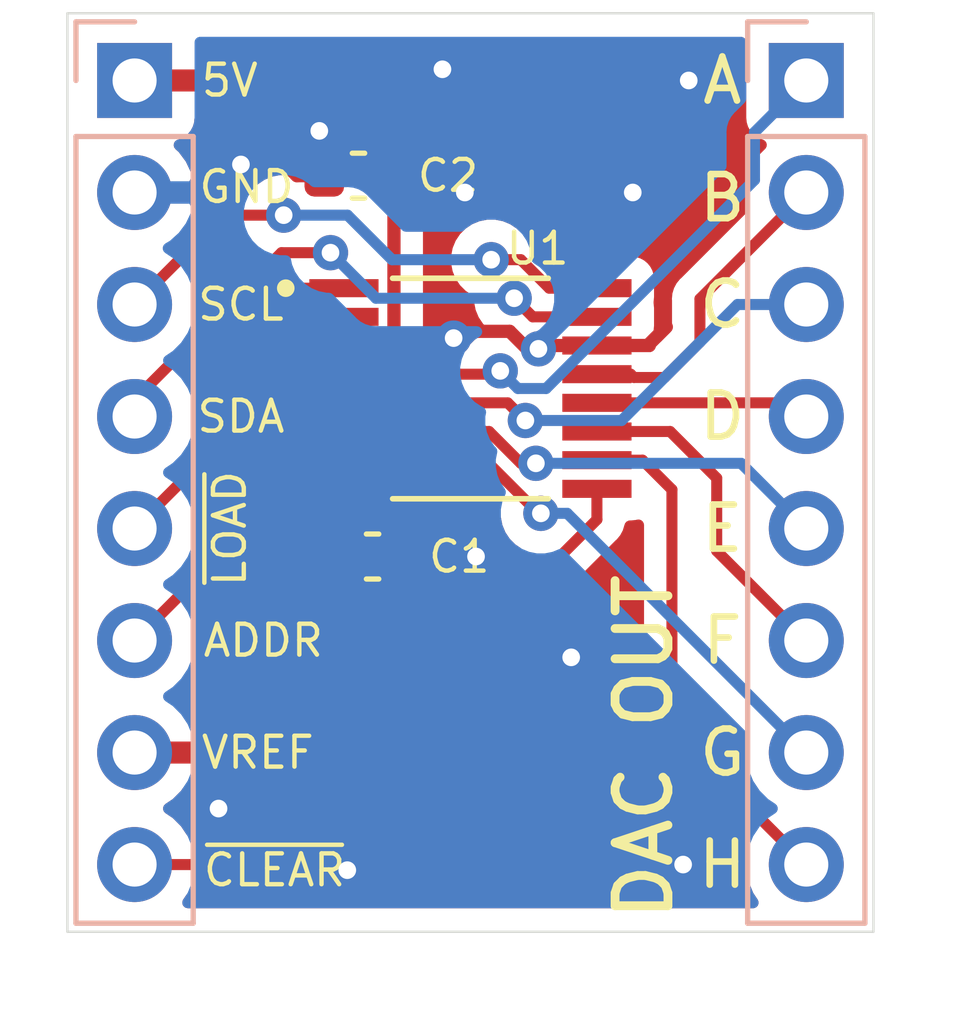
<source format=kicad_pcb>
(kicad_pcb (version 20171130) (host pcbnew "(5.1.10)-1")

  (general
    (thickness 1.6)
    (drawings 21)
    (tracks 118)
    (zones 0)
    (modules 5)
    (nets 17)
  )

  (page A4)
  (layers
    (0 F.Cu signal)
    (31 B.Cu signal)
    (32 B.Adhes user)
    (33 F.Adhes user)
    (34 B.Paste user)
    (35 F.Paste user)
    (36 B.SilkS user)
    (37 F.SilkS user)
    (38 B.Mask user)
    (39 F.Mask user)
    (40 Dwgs.User user hide)
    (41 Cmts.User user)
    (42 Eco1.User user)
    (43 Eco2.User user)
    (44 Edge.Cuts user)
    (45 Margin user)
    (46 B.CrtYd user hide)
    (47 F.CrtYd user hide)
    (48 B.Fab user)
    (49 F.Fab user)
  )

  (setup
    (last_trace_width 0.25)
    (trace_clearance 0.2)
    (zone_clearance 0.508)
    (zone_45_only no)
    (trace_min 0.2)
    (via_size 0.8)
    (via_drill 0.4)
    (via_min_size 0.4)
    (via_min_drill 0.3)
    (uvia_size 0.3)
    (uvia_drill 0.1)
    (uvias_allowed no)
    (uvia_min_size 0.2)
    (uvia_min_drill 0.1)
    (edge_width 0.05)
    (segment_width 0.2)
    (pcb_text_width 0.3)
    (pcb_text_size 1.5 1.5)
    (mod_edge_width 0.12)
    (mod_text_size 1 1)
    (mod_text_width 0.15)
    (pad_size 1.524 1.524)
    (pad_drill 0.762)
    (pad_to_mask_clearance 0)
    (aux_axis_origin 0 0)
    (visible_elements 7FFFFFFF)
    (pcbplotparams
      (layerselection 0x010fc_ffffffff)
      (usegerberextensions false)
      (usegerberattributes true)
      (usegerberadvancedattributes true)
      (creategerberjobfile true)
      (excludeedgelayer true)
      (linewidth 0.100000)
      (plotframeref false)
      (viasonmask false)
      (mode 1)
      (useauxorigin false)
      (hpglpennumber 1)
      (hpglpenspeed 20)
      (hpglpendiameter 15.000000)
      (psnegative false)
      (psa4output false)
      (plotreference true)
      (plotvalue true)
      (plotinvisibletext false)
      (padsonsilk false)
      (subtractmaskfromsilk false)
      (outputformat 1)
      (mirror false)
      (drillshape 1)
      (scaleselection 1)
      (outputdirectory ""))
  )

  (net 0 "")
  (net 1 GND)
  (net 2 VREF)
  (net 3 +5V)
  (net 4 ~CLR)
  (net 5 ADDR0)
  (net 6 ~LDAC)
  (net 7 I2C_SDA)
  (net 8 I2C_SCL)
  (net 9 VOUTH)
  (net 10 VOUTG)
  (net 11 VOUTF)
  (net 12 VOUTE)
  (net 13 VOUTD)
  (net 14 VOUTC)
  (net 15 VOUTB)
  (net 16 VOUTA)

  (net_class Default "This is the default net class."
    (clearance 0.2)
    (trace_width 0.25)
    (via_dia 0.8)
    (via_drill 0.4)
    (uvia_dia 0.3)
    (uvia_drill 0.1)
    (add_net ADDR0)
    (add_net I2C_SCL)
    (add_net I2C_SDA)
    (add_net VOUTA)
    (add_net VOUTB)
    (add_net VOUTC)
    (add_net VOUTD)
    (add_net VOUTE)
    (add_net VOUTF)
    (add_net VOUTG)
    (add_net VOUTH)
    (add_net ~CLR)
    (add_net ~LDAC)
  )

  (net_class PWR ""
    (clearance 0.2)
    (trace_width 0.3)
    (via_dia 0.8)
    (via_drill 0.4)
    (uvia_dia 0.3)
    (uvia_drill 0.1)
    (add_net +5V)
    (add_net GND)
    (add_net VREF)
  )

  (module Connector_PinSocket_2.54mm:PinSocket_1x08_P2.54mm_Vertical (layer B.Cu) (tedit 5A19A420) (tstamp 60FB68F2)
    (at 140.335 87.63 180)
    (descr "Through hole straight socket strip, 1x08, 2.54mm pitch, single row (from Kicad 4.0.7), script generated")
    (tags "Through hole socket strip THT 1x08 2.54mm single row")
    (path /60FB1BA6)
    (fp_text reference J1 (at 0 2.77) (layer B.SilkS) hide
      (effects (font (size 1 1) (thickness 0.15)) (justify mirror))
    )
    (fp_text value Conn_In (at 0 -20.55) (layer B.Fab)
      (effects (font (size 1 1) (thickness 0.15)) (justify mirror))
    )
    (fp_line (start -1.8 -19.55) (end -1.8 1.8) (layer B.CrtYd) (width 0.05))
    (fp_line (start 1.75 -19.55) (end -1.8 -19.55) (layer B.CrtYd) (width 0.05))
    (fp_line (start 1.75 1.8) (end 1.75 -19.55) (layer B.CrtYd) (width 0.05))
    (fp_line (start -1.8 1.8) (end 1.75 1.8) (layer B.CrtYd) (width 0.05))
    (fp_line (start 0 1.33) (end 1.33 1.33) (layer B.SilkS) (width 0.12))
    (fp_line (start 1.33 1.33) (end 1.33 0) (layer B.SilkS) (width 0.12))
    (fp_line (start 1.33 -1.27) (end 1.33 -19.11) (layer B.SilkS) (width 0.12))
    (fp_line (start -1.33 -19.11) (end 1.33 -19.11) (layer B.SilkS) (width 0.12))
    (fp_line (start -1.33 -1.27) (end -1.33 -19.11) (layer B.SilkS) (width 0.12))
    (fp_line (start -1.33 -1.27) (end 1.33 -1.27) (layer B.SilkS) (width 0.12))
    (fp_line (start -1.27 -19.05) (end -1.27 1.27) (layer B.Fab) (width 0.1))
    (fp_line (start 1.27 -19.05) (end -1.27 -19.05) (layer B.Fab) (width 0.1))
    (fp_line (start 1.27 0.635) (end 1.27 -19.05) (layer B.Fab) (width 0.1))
    (fp_line (start 0.635 1.27) (end 1.27 0.635) (layer B.Fab) (width 0.1))
    (fp_line (start -1.27 1.27) (end 0.635 1.27) (layer B.Fab) (width 0.1))
    (fp_text user %R (at 0 -8.89 270) (layer B.Fab) hide
      (effects (font (size 1 1) (thickness 0.15)) (justify mirror))
    )
    (pad 8 thru_hole oval (at 0 -17.78 180) (size 1.7 1.7) (drill 1) (layers *.Cu *.Mask)
      (net 4 ~CLR))
    (pad 7 thru_hole oval (at 0 -15.24 180) (size 1.7 1.7) (drill 1) (layers *.Cu *.Mask)
      (net 2 VREF))
    (pad 6 thru_hole oval (at 0 -12.7 180) (size 1.7 1.7) (drill 1) (layers *.Cu *.Mask)
      (net 5 ADDR0))
    (pad 5 thru_hole oval (at 0 -10.16 180) (size 1.7 1.7) (drill 1) (layers *.Cu *.Mask)
      (net 6 ~LDAC))
    (pad 4 thru_hole oval (at 0 -7.62 180) (size 1.7 1.7) (drill 1) (layers *.Cu *.Mask)
      (net 7 I2C_SDA))
    (pad 3 thru_hole oval (at 0 -5.08 180) (size 1.7 1.7) (drill 1) (layers *.Cu *.Mask)
      (net 8 I2C_SCL))
    (pad 2 thru_hole oval (at 0 -2.54 180) (size 1.7 1.7) (drill 1) (layers *.Cu *.Mask)
      (net 1 GND))
    (pad 1 thru_hole rect (at 0 0 180) (size 1.7 1.7) (drill 1) (layers *.Cu *.Mask)
      (net 3 +5V))
    (model ${KISYS3DMOD}/Connector_PinSocket_2.54mm.3dshapes/PinSocket_1x08_P2.54mm_Vertical.wrl
      (at (xyz 0 0 0))
      (scale (xyz 1 1 1))
      (rotate (xyz 0 0 0))
    )
  )

  (module Capacitor_SMD:C_0603_1608Metric (layer F.Cu) (tedit 5F68FEEE) (tstamp 60FB6A99)
    (at 145.415 89.789 180)
    (descr "Capacitor SMD 0603 (1608 Metric), square (rectangular) end terminal, IPC_7351 nominal, (Body size source: IPC-SM-782 page 76, https://www.pcb-3d.com/wordpress/wp-content/uploads/ipc-sm-782a_amendment_1_and_2.pdf), generated with kicad-footprint-generator")
    (tags capacitor)
    (path /60FC54BF)
    (attr smd)
    (fp_text reference C2 (at -2.032 0) (layer F.SilkS)
      (effects (font (size 0.7 0.7) (thickness 0.1)))
    )
    (fp_text value 1u (at 1.397 1.397) (layer F.Fab)
      (effects (font (size 1 1) (thickness 0.15)))
    )
    (fp_line (start 1.48 0.73) (end -1.48 0.73) (layer F.CrtYd) (width 0.05))
    (fp_line (start 1.48 -0.73) (end 1.48 0.73) (layer F.CrtYd) (width 0.05))
    (fp_line (start -1.48 -0.73) (end 1.48 -0.73) (layer F.CrtYd) (width 0.05))
    (fp_line (start -1.48 0.73) (end -1.48 -0.73) (layer F.CrtYd) (width 0.05))
    (fp_line (start -0.14058 0.51) (end 0.14058 0.51) (layer F.SilkS) (width 0.12))
    (fp_line (start -0.14058 -0.51) (end 0.14058 -0.51) (layer F.SilkS) (width 0.12))
    (fp_line (start 0.8 0.4) (end -0.8 0.4) (layer F.Fab) (width 0.1))
    (fp_line (start 0.8 -0.4) (end 0.8 0.4) (layer F.Fab) (width 0.1))
    (fp_line (start -0.8 -0.4) (end 0.8 -0.4) (layer F.Fab) (width 0.1))
    (fp_line (start -0.8 0.4) (end -0.8 -0.4) (layer F.Fab) (width 0.1))
    (fp_text user %R (at 0 0) (layer F.Fab)
      (effects (font (size 0.4 0.4) (thickness 0.06)))
    )
    (pad 2 smd roundrect (at 0.775 0 180) (size 0.9 0.95) (layers F.Cu F.Paste F.Mask) (roundrect_rratio 0.25)
      (net 1 GND))
    (pad 1 smd roundrect (at -0.775 0 180) (size 0.9 0.95) (layers F.Cu F.Paste F.Mask) (roundrect_rratio 0.25)
      (net 3 +5V))
    (model ${KISYS3DMOD}/Capacitor_SMD.3dshapes/C_0603_1608Metric.wrl
      (at (xyz 0 0 0))
      (scale (xyz 1 1 1))
      (rotate (xyz 0 0 0))
    )
  )

  (module Capacitor_SMD:C_0603_1608Metric (layer F.Cu) (tedit 5F68FEEE) (tstamp 60FB6204)
    (at 145.735 98.425)
    (descr "Capacitor SMD 0603 (1608 Metric), square (rectangular) end terminal, IPC_7351 nominal, (Body size source: IPC-SM-782 page 76, https://www.pcb-3d.com/wordpress/wp-content/uploads/ipc-sm-782a_amendment_1_and_2.pdf), generated with kicad-footprint-generator")
    (tags capacitor)
    (path /60FC647D)
    (attr smd)
    (fp_text reference C1 (at 1.966 0) (layer F.SilkS)
      (effects (font (size 0.7 0.7) (thickness 0.1)))
    )
    (fp_text value 1u (at 0 1.43) (layer F.Fab)
      (effects (font (size 1 1) (thickness 0.15)))
    )
    (fp_line (start 1.48 0.73) (end -1.48 0.73) (layer F.CrtYd) (width 0.05))
    (fp_line (start 1.48 -0.73) (end 1.48 0.73) (layer F.CrtYd) (width 0.05))
    (fp_line (start -1.48 -0.73) (end 1.48 -0.73) (layer F.CrtYd) (width 0.05))
    (fp_line (start -1.48 0.73) (end -1.48 -0.73) (layer F.CrtYd) (width 0.05))
    (fp_line (start -0.14058 0.51) (end 0.14058 0.51) (layer F.SilkS) (width 0.12))
    (fp_line (start -0.14058 -0.51) (end 0.14058 -0.51) (layer F.SilkS) (width 0.12))
    (fp_line (start 0.8 0.4) (end -0.8 0.4) (layer F.Fab) (width 0.1))
    (fp_line (start 0.8 -0.4) (end 0.8 0.4) (layer F.Fab) (width 0.1))
    (fp_line (start -0.8 -0.4) (end 0.8 -0.4) (layer F.Fab) (width 0.1))
    (fp_line (start -0.8 0.4) (end -0.8 -0.4) (layer F.Fab) (width 0.1))
    (fp_text user %R (at 0 0) (layer F.Fab)
      (effects (font (size 0.4 0.4) (thickness 0.06)))
    )
    (pad 2 smd roundrect (at 0.775 0) (size 0.9 0.95) (layers F.Cu F.Paste F.Mask) (roundrect_rratio 0.25)
      (net 1 GND))
    (pad 1 smd roundrect (at -0.775 0) (size 0.9 0.95) (layers F.Cu F.Paste F.Mask) (roundrect_rratio 0.25)
      (net 2 VREF))
    (model ${KISYS3DMOD}/Capacitor_SMD.3dshapes/C_0603_1608Metric.wrl
      (at (xyz 0 0 0))
      (scale (xyz 1 1 1))
      (rotate (xyz 0 0 0))
    )
  )

  (module 16TSSOP:SOP65P640X120-16N (layer F.Cu) (tedit 60FB0073) (tstamp 60FB8ADC)
    (at 147.955 94.615)
    (path /60FB01BB)
    (fp_text reference U1 (at 1.524 -3.175) (layer F.SilkS)
      (effects (font (size 0.7 0.7) (thickness 0.1)))
    )
    (fp_text value DAC7678SPW (at 4.699 -0.127 90) (layer F.Fab) hide
      (effects (font (size 1 1) (thickness 0.15)))
    )
    (fp_line (start 1.765 2.5) (end -1.765 2.5) (layer F.SilkS) (width 0.127))
    (fp_line (start 3.905 -2.75) (end 3.905 2.75) (layer F.CrtYd) (width 0.05))
    (fp_line (start -3.905 -2.75) (end -3.905 2.75) (layer F.CrtYd) (width 0.05))
    (fp_line (start -3.905 2.75) (end 3.905 2.75) (layer F.CrtYd) (width 0.05))
    (fp_line (start -3.905 -2.75) (end 3.905 -2.75) (layer F.CrtYd) (width 0.05))
    (fp_line (start 2.2 -2.5) (end 2.2 2.5) (layer F.Fab) (width 0.127))
    (fp_line (start -2.2 -2.5) (end -2.2 2.5) (layer F.Fab) (width 0.127))
    (fp_line (start -1.765 -2.5) (end 1.765 -2.5) (layer F.SilkS) (width 0.127))
    (fp_line (start -2.2 2.5) (end 2.2 2.5) (layer F.Fab) (width 0.127))
    (fp_line (start -2.2 -2.5) (end 2.2 -2.5) (layer F.Fab) (width 0.127))
    (fp_circle (center -4.19 -2.275) (end -4.09 -2.275) (layer F.Fab) (width 0.2))
    (fp_circle (center -4.19 -2.275) (end -4.09 -2.275) (layer F.SilkS) (width 0.2))
    (pad 16 smd rect (at 2.87 -2.275) (size 1.57 0.41) (layers F.Cu F.Paste F.Mask)
      (net 8 I2C_SCL))
    (pad 15 smd rect (at 2.87 -1.625) (size 1.57 0.41) (layers F.Cu F.Paste F.Mask)
      (net 7 I2C_SDA))
    (pad 14 smd rect (at 2.87 -0.975) (size 1.57 0.41) (layers F.Cu F.Paste F.Mask)
      (net 1 GND))
    (pad 13 smd rect (at 2.87 -0.325) (size 1.57 0.41) (layers F.Cu F.Paste F.Mask)
      (net 15 VOUTB))
    (pad 12 smd rect (at 2.87 0.325) (size 1.57 0.41) (layers F.Cu F.Paste F.Mask)
      (net 13 VOUTD))
    (pad 11 smd rect (at 2.87 0.975) (size 1.57 0.41) (layers F.Cu F.Paste F.Mask)
      (net 11 VOUTF))
    (pad 10 smd rect (at 2.87 1.625) (size 1.57 0.41) (layers F.Cu F.Paste F.Mask)
      (net 9 VOUTH))
    (pad 9 smd rect (at 2.87 2.275) (size 1.57 0.41) (layers F.Cu F.Paste F.Mask)
      (net 4 ~CLR))
    (pad 8 smd rect (at -2.87 2.275) (size 1.57 0.41) (layers F.Cu F.Paste F.Mask)
      (net 2 VREF))
    (pad 7 smd rect (at -2.87 1.625) (size 1.57 0.41) (layers F.Cu F.Paste F.Mask)
      (net 10 VOUTG))
    (pad 6 smd rect (at -2.87 0.975) (size 1.57 0.41) (layers F.Cu F.Paste F.Mask)
      (net 12 VOUTE))
    (pad 5 smd rect (at -2.87 0.325) (size 1.57 0.41) (layers F.Cu F.Paste F.Mask)
      (net 14 VOUTC))
    (pad 4 smd rect (at -2.87 -0.325) (size 1.57 0.41) (layers F.Cu F.Paste F.Mask)
      (net 16 VOUTA))
    (pad 3 smd rect (at -2.87 -0.975) (size 1.57 0.41) (layers F.Cu F.Paste F.Mask)
      (net 3 +5V))
    (pad 2 smd rect (at -2.87 -1.625) (size 1.57 0.41) (layers F.Cu F.Paste F.Mask)
      (net 5 ADDR0))
    (pad 1 smd rect (at -2.87 -2.275) (size 1.57 0.41) (layers F.Cu F.Paste F.Mask)
      (net 6 ~LDAC))
  )

  (module Connector_PinSocket_2.54mm:PinSocket_1x08_P2.54mm_Vertical (layer B.Cu) (tedit 5A19A420) (tstamp 60FB624D)
    (at 155.575 87.63 180)
    (descr "Through hole straight socket strip, 1x08, 2.54mm pitch, single row (from Kicad 4.0.7), script generated")
    (tags "Through hole socket strip THT 1x08 2.54mm single row")
    (path /60FB78C8)
    (fp_text reference J2 (at 0 2.77) (layer B.SilkS) hide
      (effects (font (size 1 1) (thickness 0.15)) (justify mirror))
    )
    (fp_text value Conn_Out (at 0 -20.55) (layer B.Fab)
      (effects (font (size 1 1) (thickness 0.15)) (justify mirror))
    )
    (fp_line (start -1.8 -19.55) (end -1.8 1.8) (layer B.CrtYd) (width 0.05))
    (fp_line (start 1.75 -19.55) (end -1.8 -19.55) (layer B.CrtYd) (width 0.05))
    (fp_line (start 1.75 1.8) (end 1.75 -19.55) (layer B.CrtYd) (width 0.05))
    (fp_line (start -1.8 1.8) (end 1.75 1.8) (layer B.CrtYd) (width 0.05))
    (fp_line (start 0 1.33) (end 1.33 1.33) (layer B.SilkS) (width 0.12))
    (fp_line (start 1.33 1.33) (end 1.33 0) (layer B.SilkS) (width 0.12))
    (fp_line (start 1.33 -1.27) (end 1.33 -19.11) (layer B.SilkS) (width 0.12))
    (fp_line (start -1.33 -19.11) (end 1.33 -19.11) (layer B.SilkS) (width 0.12))
    (fp_line (start -1.33 -1.27) (end -1.33 -19.11) (layer B.SilkS) (width 0.12))
    (fp_line (start -1.33 -1.27) (end 1.33 -1.27) (layer B.SilkS) (width 0.12))
    (fp_line (start -1.27 -19.05) (end -1.27 1.27) (layer B.Fab) (width 0.1))
    (fp_line (start 1.27 -19.05) (end -1.27 -19.05) (layer B.Fab) (width 0.1))
    (fp_line (start 1.27 0.635) (end 1.27 -19.05) (layer B.Fab) (width 0.1))
    (fp_line (start 0.635 1.27) (end 1.27 0.635) (layer B.Fab) (width 0.1))
    (fp_line (start -1.27 1.27) (end 0.635 1.27) (layer B.Fab) (width 0.1))
    (fp_text user %R (at 0 -8.89 270) (layer B.Fab) hide
      (effects (font (size 1 1) (thickness 0.15)) (justify mirror))
    )
    (pad 8 thru_hole oval (at 0 -17.78 180) (size 1.7 1.7) (drill 1) (layers *.Cu *.Mask)
      (net 9 VOUTH))
    (pad 7 thru_hole oval (at 0 -15.24 180) (size 1.7 1.7) (drill 1) (layers *.Cu *.Mask)
      (net 10 VOUTG))
    (pad 6 thru_hole oval (at 0 -12.7 180) (size 1.7 1.7) (drill 1) (layers *.Cu *.Mask)
      (net 11 VOUTF))
    (pad 5 thru_hole oval (at 0 -10.16 180) (size 1.7 1.7) (drill 1) (layers *.Cu *.Mask)
      (net 12 VOUTE))
    (pad 4 thru_hole oval (at 0 -7.62 180) (size 1.7 1.7) (drill 1) (layers *.Cu *.Mask)
      (net 13 VOUTD))
    (pad 3 thru_hole oval (at 0 -5.08 180) (size 1.7 1.7) (drill 1) (layers *.Cu *.Mask)
      (net 14 VOUTC))
    (pad 2 thru_hole oval (at 0 -2.54 180) (size 1.7 1.7) (drill 1) (layers *.Cu *.Mask)
      (net 15 VOUTB))
    (pad 1 thru_hole rect (at 0 0 180) (size 1.7 1.7) (drill 1) (layers *.Cu *.Mask)
      (net 16 VOUTA))
    (model ${KISYS3DMOD}/Connector_PinSocket_2.54mm.3dshapes/PinSocket_1x08_P2.54mm_Vertical.wrl
      (at (xyz 0 0 0))
      (scale (xyz 1 1 1))
      (rotate (xyz 0 0 0))
    )
  )

  (gr_text B (at 153.67 90.297) (layer F.SilkS) (tstamp 60FB7289)
    (effects (font (size 1 1) (thickness 0.15)))
  )
  (gr_text C (at 153.67 92.71) (layer F.SilkS) (tstamp 60FB7496)
    (effects (font (size 1 1) (thickness 0.15)))
  )
  (gr_text D (at 153.67 95.25) (layer F.SilkS) (tstamp 60FB7496)
    (effects (font (size 1 1) (thickness 0.15)))
  )
  (gr_text E (at 153.67 97.79) (layer F.SilkS) (tstamp 60FB7496)
    (effects (font (size 1 1) (thickness 0.15)))
  )
  (gr_text F (at 153.67 100.33) (layer F.SilkS) (tstamp 60FB7496)
    (effects (font (size 1 1) (thickness 0.15)))
  )
  (gr_text G (at 153.67 102.87) (layer F.SilkS) (tstamp 60FB7496)
    (effects (font (size 1 1) (thickness 0.15)))
  )
  (gr_text H (at 153.67 105.41) (layer F.SilkS) (tstamp 60FB7496)
    (effects (font (size 1 1) (thickness 0.15)))
  )
  (gr_text "DAC OUT" (at 151.892 102.743 90) (layer F.SilkS)
    (effects (font (size 1.2 1.2) (thickness 0.2)))
  )
  (gr_line (start 157.099 86.106) (end 138.811 86.106) (layer Edge.Cuts) (width 0.05))
  (gr_line (start 157.099 106.934) (end 157.099 86.106) (layer Edge.Cuts) (width 0.05) (tstamp 60FB7213))
  (gr_line (start 138.811 106.934) (end 157.099 106.934) (layer Edge.Cuts) (width 0.05))
  (gr_text ~LOAD (at 142.494 97.79 90) (layer F.SilkS) (tstamp 60FB7289)
    (effects (font (size 0.7 0.7) (thickness 0.1)))
  )
  (gr_text A (at 153.67 87.63) (layer F.SilkS) (tstamp 60FB7496)
    (effects (font (size 1 1) (thickness 0.15)))
  )
  (gr_text ~CLEAR (at 143.51 105.537) (layer F.SilkS) (tstamp 60FB7289)
    (effects (font (size 0.7 0.7) (thickness 0.1)))
  )
  (gr_text VREF (at 143.129 102.87) (layer F.SilkS) (tstamp 60FB7289)
    (effects (font (size 0.7 0.7) (thickness 0.1)))
  )
  (gr_text ADDR (at 143.256 100.33) (layer F.SilkS) (tstamp 60FB7397)
    (effects (font (size 0.7 0.7) (thickness 0.1)))
  )
  (gr_text SDA (at 142.748 95.25) (layer F.SilkS) (tstamp 60FB7289)
    (effects (font (size 0.7 0.7) (thickness 0.1)))
  )
  (gr_text SCL (at 142.748 92.71) (layer F.SilkS) (tstamp 60FB7267)
    (effects (font (size 0.7 0.7) (thickness 0.1)))
  )
  (gr_line (start 138.811 86.106) (end 138.811 106.934) (layer Edge.Cuts) (width 0.05))
  (gr_text GND (at 142.875 90.043) (layer F.SilkS)
    (effects (font (size 0.7 0.7) (thickness 0.1)))
  )
  (gr_text "5V\n" (at 142.494 87.63) (layer F.SilkS) (tstamp 60FB7124)
    (effects (font (size 0.7 0.7) (thickness 0.1)))
  )

  (via (at 152.908 87.63) (size 0.8) (drill 0.4) (layers F.Cu B.Cu) (net 1) (status 1000000))
  (via (at 151.638 90.17) (size 0.8) (drill 0.4) (layers F.Cu B.Cu) (net 1) (status 1000000))
  (segment (start 151.978 93.64) (end 152.4 93.218) (width 0.3) (layer F.Cu) (net 1) (status 1000000))
  (segment (start 150.825 93.64) (end 151.978 93.64) (width 0.3) (layer F.Cu) (net 1) (status 1000000))
  (segment (start 152.012462 93.64) (end 152.012463 93.639999) (width 0.3) (layer F.Cu) (net 1) (status 1000000))
  (segment (start 150.825 93.64) (end 152.012462 93.64) (width 0.3) (layer F.Cu) (net 1) (status 1000000))
  (via (at 145.161 105.537) (size 0.8) (drill 0.4) (layers F.Cu B.Cu) (net 1) (status 1000000))
  (via (at 152.781 105.41) (size 0.8) (drill 0.4) (layers F.Cu B.Cu) (net 1) (status 1000000))
  (via (at 142.24 104.14) (size 0.8) (drill 0.4) (layers F.Cu B.Cu) (net 1) (status 1000000))
  (via (at 150.241 100.711) (size 0.8) (drill 0.4) (layers F.Cu B.Cu) (net 1) (status 1000000))
  (via (at 148.082 98.425) (size 0.8) (drill 0.4) (layers F.Cu B.Cu) (net 1) (status 1000000))
  (via (at 147.574 93.472) (size 0.8) (drill 0.4) (layers F.Cu B.Cu) (net 1) (status 1000000))
  (via (at 149.497908 93.715) (size 0.8) (drill 0.4) (layers F.Cu B.Cu) (net 1) (status 1000000))
  (segment (start 149.572908 93.64) (end 149.497908 93.715) (width 0.3) (layer F.Cu) (net 1) (status 1000000))
  (segment (start 149.497908 93.715) (end 149.241883 93.715) (width 0.3) (layer F.Cu) (net 1) (status 1000000))
  (segment (start 149.241883 93.715) (end 148.844896 93.318013) (width 0.3) (layer F.Cu) (net 1) (status 1000000))
  (segment (start 148.844896 93.318013) (end 147.727987 93.318013) (width 0.3) (layer F.Cu) (net 1) (status 1000000))
  (segment (start 147.727987 93.318013) (end 147.574 93.472) (width 0.3) (layer F.Cu) (net 1) (status 1000000))
  (segment (start 150.825 93.64) (end 149.572908 93.64) (width 0.3) (layer F.Cu) (net 1) (status 1000000))
  (via (at 147.828 90.17) (size 0.8) (drill 0.4) (layers F.Cu B.Cu) (net 1) (status 1000000))
  (via (at 147.32 87.376) (size 0.8) (drill 0.4) (layers F.Cu B.Cu) (net 1) (status 1000000))
  (segment (start 144.64 89.789) (end 144.64 89.167) (width 0.3) (layer F.Cu) (net 1) (status 1000000))
  (segment (start 144.526 88.773) (end 144.526 88.773) (width 0.3) (layer F.Cu) (net 1) (tstamp 60FB773A) (status 1000000))
  (segment (start 144.526 89.053) (end 144.526 88.773) (width 0.3) (layer F.Cu) (net 1) (status 1000000))
  (segment (start 144.64 89.167) (end 144.526 89.053) (width 0.3) (layer F.Cu) (net 1) (status 1000000))
  (via (at 144.526 88.773) (size 0.8) (drill 0.4) (layers F.Cu B.Cu) (net 1) (status 1000000))
  (via (at 142.748 89.535) (size 0.8) (drill 0.4) (layers F.Cu B.Cu) (net 1) (status 1000000))
  (segment (start 142.24 89.535) (end 141.605 90.17) (width 0.3) (layer F.Cu) (net 1) (status 1000000))
  (segment (start 144.018 89.789) (end 143.764 89.535) (width 0.3) (layer F.Cu) (net 1) (status 1000000))
  (segment (start 141.605 90.17) (end 140.335 90.17) (width 0.3) (layer F.Cu) (net 1) (status 1000000))
  (segment (start 144.64 89.789) (end 144.018 89.789) (width 0.3) (layer F.Cu) (net 1) (status 1000000))
  (segment (start 142.748 89.535) (end 142.24 89.535) (width 0.3) (layer F.Cu) (net 1) (status 1000000))
  (segment (start 143.764 89.535) (end 142.748 89.535) (width 0.3) (layer F.Cu) (net 1) (status 1000000))
  (segment (start 145.085 98.3) (end 144.96 98.425) (width 0.25) (layer F.Cu) (net 2))
  (segment (start 144.96 98.425) (end 144.96 97.102) (width 0.5) (layer F.Cu) (net 2) (status 1000000))
  (segment (start 141.986 102.87) (end 144.96 99.896) (width 0.5) (layer F.Cu) (net 2) (status 1000000))
  (segment (start 140.335 102.87) (end 141.986 102.87) (width 0.5) (layer F.Cu) (net 2) (status 1000000))
  (segment (start 144.96 99.896) (end 144.96 98.425) (width 0.5) (layer F.Cu) (net 2) (status 1000000))
  (segment (start 145.085 93.64) (end 146.055002 93.64) (width 0.3) (layer F.Cu) (net 3) (status 1000000))
  (segment (start 146.055002 93.64) (end 146.220001 93.475001) (width 0.3) (layer F.Cu) (net 3) (status 1000000))
  (segment (start 146.220001 89.819001) (end 146.19 89.789) (width 0.3) (layer F.Cu) (net 3) (status 1000000))
  (segment (start 146.220001 93.475001) (end 146.220001 89.819001) (width 0.3) (layer F.Cu) (net 3) (status 1000000))
  (segment (start 140.335 87.63) (end 144.78 87.63) (width 0.5) (layer F.Cu) (net 3) (status 1000000))
  (segment (start 144.78 87.63) (end 146.19 89.04) (width 0.5) (layer F.Cu) (net 3) (status 1000000))
  (segment (start 146.19 89.04) (end 146.19 89.789) (width 0.5) (layer F.Cu) (net 3) (status 1000000))
  (segment (start 140.335 105.41) (end 143.002 105.41) (width 0.25) (layer F.Cu) (net 4) (status 1000000))
  (segment (start 143.002 105.41) (end 150.825 97.587) (width 0.25) (layer F.Cu) (net 4) (status 1000000))
  (segment (start 150.825 97.587) (end 150.825 96.89) (width 0.25) (layer F.Cu) (net 4) (status 1000000))
  (segment (start 142.875 93.98) (end 143.865 92.99) (width 0.25) (layer F.Cu) (net 5) (status 1000000))
  (segment (start 140.335 100.33) (end 142.875 97.79) (width 0.25) (layer F.Cu) (net 5) (status 1000000))
  (segment (start 142.875 97.79) (end 142.875 93.98) (width 0.25) (layer F.Cu) (net 5) (status 1000000))
  (segment (start 143.865 92.99) (end 145.085 92.99) (width 0.25) (layer F.Cu) (net 5) (status 1000000))
  (segment (start 142.24 95.885) (end 142.24 93.599) (width 0.25) (layer F.Cu) (net 6) (status 1000000))
  (segment (start 140.335 97.79) (end 142.24 95.885) (width 0.25) (layer F.Cu) (net 6) (status 1000000))
  (segment (start 143.499 92.34) (end 145.085 92.34) (width 0.25) (layer F.Cu) (net 6) (status 1000000))
  (segment (start 142.24 93.599) (end 143.499 92.34) (width 0.25) (layer F.Cu) (net 6) (status 1000000))
  (via (at 144.78 91.534998) (size 0.8) (drill 0.4) (layers F.Cu B.Cu) (net 7) (status 1000000))
  (via (at 148.946707 92.568012) (size 0.8) (drill 0.4) (layers F.Cu B.Cu) (net 7) (status 1000000))
  (segment (start 148.946707 92.568012) (end 145.813014 92.568012) (width 0.25) (layer B.Cu) (net 7) (status 1000000))
  (segment (start 140.335 95.25) (end 140.335 94.86759) (width 0.25) (layer F.Cu) (net 7) (status 1000000))
  (segment (start 144.78 91.534998) (end 145.812001 92.566999) (width 0.25) (layer B.Cu) (net 7) (status 1000000))
  (segment (start 150.825 92.99) (end 149.368695 92.99) (width 0.25) (layer F.Cu) (net 7) (status 1000000))
  (segment (start 149.368695 92.99) (end 148.946707 92.568012) (width 0.25) (layer F.Cu) (net 7) (status 1000000))
  (segment (start 143.667592 91.534998) (end 144.78 91.534998) (width 0.25) (layer F.Cu) (net 7) (status 1000000))
  (segment (start 140.335 94.86759) (end 143.667592 91.534998) (width 0.25) (layer F.Cu) (net 7) (status 1000000))
  (segment (start 145.813014 92.568012) (end 145.812001 92.566999) (width 0.25) (layer B.Cu) (net 7) (status 1000000))
  (via (at 143.717903 90.683951) (size 0.8) (drill 0.4) (layers F.Cu B.Cu) (net 8) (status 1000000))
  (via (at 148.4255 91.694) (size 0.8) (drill 0.4) (layers F.Cu B.Cu) (net 8) (status 1000000))
  (segment (start 143.717903 90.683951) (end 142.361049 90.683951) (width 0.25) (layer F.Cu) (net 8) (status 1000000))
  (segment (start 146.177 91.694) (end 145.166951 90.683951) (width 0.25) (layer B.Cu) (net 8) (status 1000000))
  (segment (start 142.361049 90.683951) (end 140.335 92.71) (width 0.25) (layer F.Cu) (net 8) (status 1000000))
  (segment (start 149.744 92.34) (end 149.098 91.694) (width 0.25) (layer F.Cu) (net 8) (status 1000000))
  (segment (start 149.098 91.694) (end 148.4255 91.694) (width 0.25) (layer F.Cu) (net 8) (status 1000000))
  (segment (start 150.825 92.34) (end 149.744 92.34) (width 0.25) (layer F.Cu) (net 8) (status 1000000))
  (segment (start 145.166951 90.683951) (end 143.717903 90.683951) (width 0.25) (layer B.Cu) (net 8) (status 1000000))
  (segment (start 148.4255 91.694) (end 146.177 91.694) (width 0.25) (layer B.Cu) (net 8) (status 1000000))
  (segment (start 152.527 96.907) (end 152.527 102.362) (width 0.25) (layer F.Cu) (net 9) (status 1000000))
  (segment (start 152.527 102.362) (end 155.575 105.41) (width 0.25) (layer F.Cu) (net 9) (status 1000000))
  (segment (start 151.86 96.24) (end 152.527 96.907) (width 0.25) (layer F.Cu) (net 9) (status 1000000))
  (segment (start 150.825 96.24) (end 151.86 96.24) (width 0.25) (layer F.Cu) (net 9) (status 1000000))
  (via (at 149.5531 97.445615) (size 0.8) (drill 0.4) (layers F.Cu B.Cu) (net 10) (status 1000000))
  (segment (start 148.295881 96.24) (end 149.501496 97.445615) (width 0.25) (layer F.Cu) (net 10) (status 1000000))
  (segment (start 150.150615 97.445615) (end 155.575 102.87) (width 0.25) (layer B.Cu) (net 10) (status 1000000))
  (segment (start 149.5531 97.445615) (end 150.150615 97.445615) (width 0.25) (layer B.Cu) (net 10) (status 1000000))
  (segment (start 145.085 96.24) (end 148.295881 96.24) (width 0.25) (layer F.Cu) (net 10) (status 1000000))
  (segment (start 149.501496 97.445615) (end 149.5531 97.445615) (width 0.25) (layer F.Cu) (net 10) (status 1000000))
  (segment (start 152.486 95.59) (end 153.543 96.647) (width 0.25) (layer F.Cu) (net 11) (status 1000000))
  (segment (start 150.825 95.59) (end 152.486 95.59) (width 0.25) (layer F.Cu) (net 11) (status 1000000))
  (segment (start 153.543 96.647) (end 153.543 98.298) (width 0.25) (layer F.Cu) (net 11) (status 1000000))
  (segment (start 153.543 98.298) (end 155.575 100.33) (width 0.25) (layer F.Cu) (net 11) (status 1000000))
  (via (at 149.439998 96.311115) (size 0.8) (drill 0.4) (layers F.Cu B.Cu) (net 12) (status 1000000))
  (segment (start 149.439998 96.311115) (end 154.096115 96.311115) (width 0.25) (layer B.Cu) (net 12) (status 1000000))
  (segment (start 148.378385 95.59) (end 149.0995 96.311115) (width 0.25) (layer F.Cu) (net 12) (status 1000000))
  (segment (start 154.096115 96.311115) (end 155.575 97.79) (width 0.25) (layer B.Cu) (net 12) (status 1000000))
  (segment (start 145.085 95.59) (end 148.378385 95.59) (width 0.25) (layer F.Cu) (net 12) (status 1000000))
  (segment (start 149.0995 96.311115) (end 149.439998 96.311115) (width 0.25) (layer F.Cu) (net 12) (status 1000000))
  (segment (start 155.265 94.94) (end 155.575 95.25) (width 0.25) (layer F.Cu) (net 13) (status 1000000))
  (segment (start 150.825 94.94) (end 155.265 94.94) (width 0.25) (layer F.Cu) (net 13) (status 1000000))
  (via (at 149.201386 95.339999) (size 0.8) (drill 0.4) (layers F.Cu B.Cu) (net 14) (status 1000000))
  (segment (start 151.385465 95.339999) (end 154.015464 92.71) (width 0.25) (layer B.Cu) (net 14) (status 1000000))
  (segment (start 154.015464 92.71) (end 155.575 92.71) (width 0.25) (layer B.Cu) (net 14) (status 1000000))
  (segment (start 148.801387 94.94) (end 149.201386 95.339999) (width 0.25) (layer F.Cu) (net 14) (status 1000000))
  (segment (start 149.201386 95.339999) (end 151.385465 95.339999) (width 0.25) (layer B.Cu) (net 14) (status 1000000))
  (segment (start 145.085 94.94) (end 148.801387 94.94) (width 0.25) (layer F.Cu) (net 14) (status 1000000))
  (segment (start 153.162 92.583) (end 155.575 90.17) (width 0.25) (layer F.Cu) (net 15) (status 1000000))
  (segment (start 150.825 94.29) (end 151.589462 94.29) (width 0.25) (layer F.Cu) (net 15) (status 1000000))
  (segment (start 151.664462 94.365) (end 152.360464 94.365) (width 0.25) (layer F.Cu) (net 15) (status 1000000))
  (segment (start 151.589462 94.29) (end 151.664462 94.365) (width 0.25) (layer F.Cu) (net 15) (status 1000000))
  (segment (start 152.360464 94.365) (end 153.162 93.563464) (width 0.25) (layer F.Cu) (net 15) (status 1000000))
  (segment (start 153.162 93.563464) (end 153.162 92.583) (width 0.25) (layer F.Cu) (net 15) (status 1000000))
  (via (at 148.631881 94.215) (size 0.8) (drill 0.4) (layers F.Cu B.Cu) (net 16) (status 1000000))
  (segment (start 148.631881 94.215) (end 149.03188 94.614999) (width 0.25) (layer B.Cu) (net 16) (status 1000000))
  (segment (start 149.03188 94.614999) (end 149.670911 94.614999) (width 0.25) (layer B.Cu) (net 16) (status 1000000))
  (segment (start 149.670911 94.614999) (end 154.399999 89.885911) (width 0.25) (layer B.Cu) (net 16) (status 1000000))
  (segment (start 154.399999 89.885911) (end 154.399999 88.805001) (width 0.25) (layer B.Cu) (net 16) (status 1000000))
  (segment (start 154.399999 88.805001) (end 155.575 87.63) (width 0.25) (layer B.Cu) (net 16) (status 1000000))
  (segment (start 145.085 94.29) (end 148.556881 94.29) (width 0.25) (layer F.Cu) (net 16) (status 1000000))
  (segment (start 148.556881 94.29) (end 148.631881 94.215) (width 0.25) (layer F.Cu) (net 16) (status 1000000))

  (zone (net 1) (net_name GND) (layer F.Cu) (tstamp 0) (hatch edge 0.508)
    (connect_pads (clearance 0.508))
    (min_thickness 0.254)
    (fill yes (arc_segments 32) (thermal_gap 0.508) (thermal_bridge_width 0.508))
    (polygon
      (pts
        (xy 155.702 106.68) (xy 140.208 106.68) (xy 140.208 86.36) (xy 155.702 86.36)
      )
    )
    (filled_polygon
      (pts
        (xy 151.767001 102.324668) (xy 151.763324 102.362) (xy 151.777998 102.510985) (xy 151.821454 102.654246) (xy 151.892026 102.786276)
        (xy 151.960737 102.87) (xy 151.987 102.902001) (xy 152.015998 102.925799) (xy 154.13379 105.043592) (xy 154.09 105.26374)
        (xy 154.09 105.55626) (xy 154.147068 105.843158) (xy 154.25901 106.113411) (xy 154.366312 106.274) (xy 141.543688 106.274)
        (xy 141.613178 106.17) (xy 142.964678 106.17) (xy 143.002 106.173676) (xy 143.039322 106.17) (xy 143.039333 106.17)
        (xy 143.150986 106.159003) (xy 143.294247 106.115546) (xy 143.426276 106.044974) (xy 143.542001 105.950001) (xy 143.565804 105.920997)
        (xy 151.336004 98.150798) (xy 151.365001 98.127001) (xy 151.459974 98.011276) (xy 151.530546 97.879247) (xy 151.574003 97.735986)
        (xy 151.57429 97.733072) (xy 151.61 97.733072) (xy 151.734482 97.720812) (xy 151.767 97.710948)
      )
    )
    (filled_polygon
      (pts
        (xy 148.5181 97.537021) (xy 148.5181 97.547554) (xy 148.557874 97.747513) (xy 148.635895 97.935871) (xy 148.749163 98.105389)
        (xy 148.893326 98.249552) (xy 149.009813 98.327386) (xy 142.687199 104.65) (xy 141.613178 104.65) (xy 141.488475 104.463368)
        (xy 141.281632 104.256525) (xy 141.10724 104.14) (xy 141.281632 104.023475) (xy 141.488475 103.816632) (xy 141.529656 103.755)
        (xy 141.942531 103.755) (xy 141.986 103.759281) (xy 142.029469 103.755) (xy 142.029477 103.755) (xy 142.15949 103.742195)
        (xy 142.326313 103.691589) (xy 142.480059 103.609411) (xy 142.614817 103.498817) (xy 142.642534 103.465044) (xy 145.55505 100.552529)
        (xy 145.588817 100.524817) (xy 145.699411 100.390059) (xy 145.781589 100.236313) (xy 145.832195 100.06949) (xy 145.845 99.939477)
        (xy 145.845 99.939467) (xy 145.849281 99.896001) (xy 145.845 99.852535) (xy 145.845 99.498354) (xy 145.935518 99.525812)
        (xy 146.06 99.538072) (xy 146.22425 99.535) (xy 146.383 99.37625) (xy 146.383 98.552) (xy 146.637 98.552)
        (xy 146.637 99.37625) (xy 146.79575 99.535) (xy 146.96 99.538072) (xy 147.084482 99.525812) (xy 147.20418 99.489502)
        (xy 147.314494 99.430537) (xy 147.411185 99.351185) (xy 147.490537 99.254494) (xy 147.549502 99.14418) (xy 147.585812 99.024482)
        (xy 147.598072 98.9) (xy 147.595 98.71075) (xy 147.43625 98.552) (xy 146.637 98.552) (xy 146.383 98.552)
        (xy 146.363 98.552) (xy 146.363 98.298) (xy 146.383 98.298) (xy 146.383 97.47375) (xy 146.637 97.47375)
        (xy 146.637 98.298) (xy 147.43625 98.298) (xy 147.595 98.13925) (xy 147.598072 97.95) (xy 147.585812 97.825518)
        (xy 147.549502 97.70582) (xy 147.490537 97.595506) (xy 147.411185 97.498815) (xy 147.314494 97.419463) (xy 147.20418 97.360498)
        (xy 147.084482 97.324188) (xy 146.96 97.311928) (xy 146.79575 97.315) (xy 146.637 97.47375) (xy 146.383 97.47375)
        (xy 146.381699 97.472449) (xy 146.400537 97.449494) (xy 146.459502 97.33918) (xy 146.495812 97.219482) (xy 146.508072 97.095)
        (xy 146.508072 97) (xy 147.98108 97)
      )
    )
    (filled_polygon
      (pts
        (xy 154.086928 86.78) (xy 154.086928 88.48) (xy 154.099188 88.604482) (xy 154.135498 88.72418) (xy 154.194463 88.834494)
        (xy 154.273815 88.931185) (xy 154.370506 89.010537) (xy 154.48082 89.069502) (xy 154.55338 89.091513) (xy 154.421525 89.223368)
        (xy 154.25901 89.466589) (xy 154.147068 89.736842) (xy 154.09 90.02374) (xy 154.09 90.31626) (xy 154.13379 90.536408)
        (xy 152.650998 92.019201) (xy 152.622 92.042999) (xy 152.598202 92.071997) (xy 152.598201 92.071998) (xy 152.527026 92.158724)
        (xy 152.456454 92.290754) (xy 152.441839 92.338935) (xy 152.412998 92.434014) (xy 152.408567 92.478998) (xy 152.398324 92.583)
        (xy 152.402001 92.620332) (xy 152.402 93.248662) (xy 152.185745 93.464918) (xy 152.188515 93.459735) (xy 152.245 93.40325)
        (xy 152.235856 93.319032) (xy 152.248072 93.195) (xy 152.248072 92.785) (xy 152.236253 92.665) (xy 152.248072 92.545)
        (xy 152.248072 92.135) (xy 152.235812 92.010518) (xy 152.199502 91.89082) (xy 152.140537 91.780506) (xy 152.061185 91.683815)
        (xy 151.964494 91.604463) (xy 151.85418 91.545498) (xy 151.734482 91.509188) (xy 151.61 91.496928) (xy 150.04 91.496928)
        (xy 149.981492 91.50269) (xy 149.661803 91.183002) (xy 149.638001 91.153999) (xy 149.522276 91.059026) (xy 149.390247 90.988454)
        (xy 149.246986 90.944997) (xy 149.135333 90.934) (xy 149.135322 90.934) (xy 149.128543 90.933332) (xy 149.085274 90.890063)
        (xy 148.915756 90.776795) (xy 148.727398 90.698774) (xy 148.527439 90.659) (xy 148.323561 90.659) (xy 148.123602 90.698774)
        (xy 147.935244 90.776795) (xy 147.765726 90.890063) (xy 147.621563 91.034226) (xy 147.508295 91.203744) (xy 147.430274 91.392102)
        (xy 147.3905 91.592061) (xy 147.3905 91.795939) (xy 147.430274 91.995898) (xy 147.508295 92.184256) (xy 147.621563 92.353774)
        (xy 147.765726 92.497937) (xy 147.911707 92.595478) (xy 147.911707 92.669951) (xy 147.951481 92.86991) (xy 148.029502 93.058268)
        (xy 148.14277 93.227786) (xy 148.191938 93.276954) (xy 148.141625 93.297795) (xy 147.972107 93.411063) (xy 147.85317 93.53)
        (xy 147.003382 93.53) (xy 147.003744 93.526324) (xy 147.005001 93.513562) (xy 147.005001 93.513557) (xy 147.008798 93.475001)
        (xy 147.005001 93.436445) (xy 147.005001 90.66593) (xy 147.025284 90.649284) (xy 147.132618 90.518497) (xy 147.212375 90.369283)
        (xy 147.261488 90.207377) (xy 147.278072 90.039) (xy 147.278072 89.539) (xy 147.261488 89.370623) (xy 147.212375 89.208717)
        (xy 147.132618 89.059503) (xy 147.074191 88.988309) (xy 147.062195 88.86651) (xy 147.011589 88.699687) (xy 146.929411 88.545941)
        (xy 146.818817 88.411183) (xy 146.78505 88.383471) (xy 145.436534 87.034956) (xy 145.408817 87.001183) (xy 145.274059 86.890589)
        (xy 145.120313 86.808411) (xy 144.980505 86.766) (xy 154.088307 86.766)
      )
    )
    (filled_polygon
      (pts
        (xy 140.462 90.043) (xy 140.482 90.043) (xy 140.482 90.297) (xy 140.462 90.297) (xy 140.462 90.317)
        (xy 140.335 90.317) (xy 140.335 90.023) (xy 140.462 90.023)
      )
    )
    (filled_polygon
      (pts
        (xy 144.577422 88.679) (xy 144.512998 88.679) (xy 144.512998 88.837748) (xy 144.35425 88.679) (xy 144.19 88.675928)
        (xy 144.065518 88.688188) (xy 143.94582 88.724498) (xy 143.835506 88.783463) (xy 143.738815 88.862815) (xy 143.659463 88.959506)
        (xy 143.600498 89.06982) (xy 143.564188 89.189518) (xy 143.551928 89.314) (xy 143.555 89.50325) (xy 143.700701 89.648951)
        (xy 143.615964 89.648951) (xy 143.416005 89.688725) (xy 143.227647 89.766746) (xy 143.058129 89.880014) (xy 143.014192 89.923951)
        (xy 142.398372 89.923951) (xy 142.361049 89.920275) (xy 142.323726 89.923951) (xy 142.323716 89.923951) (xy 142.212063 89.934948)
        (xy 142.068802 89.978405) (xy 141.936772 90.048977) (xy 141.853132 90.117619) (xy 141.821048 90.14395) (xy 141.82 90.145227)
        (xy 141.82 90.042998) (xy 141.655156 90.042998) (xy 141.776476 89.81311) (xy 141.731825 89.665901) (xy 141.606641 89.40308)
        (xy 141.432588 89.169731) (xy 141.348534 89.093966) (xy 141.42918 89.069502) (xy 141.539494 89.010537) (xy 141.636185 88.931185)
        (xy 141.715537 88.834494) (xy 141.774502 88.72418) (xy 141.810812 88.604482) (xy 141.819625 88.515) (xy 144.413422 88.515)
      )
    )
    (filled_polygon
      (pts
        (xy 144.767 89.662) (xy 144.787 89.662) (xy 144.787 89.916) (xy 144.767 89.916) (xy 144.767 89.936)
        (xy 144.513 89.936) (xy 144.513 89.916) (xy 144.493 89.916) (xy 144.493 89.662) (xy 144.513 89.662)
        (xy 144.513 89.642) (xy 144.767 89.642)
      )
    )
  )
  (zone (net 1) (net_name GND) (layer B.Cu) (tstamp 0) (hatch edge 0.508)
    (connect_pads (clearance 0.508))
    (min_thickness 0.254)
    (fill yes (arc_segments 32) (thermal_gap 0.508) (thermal_bridge_width 0.508))
    (polygon
      (pts
        (xy 155.702 106.68) (xy 140.208 106.68) (xy 140.208 86.36) (xy 155.702 86.36)
      )
    )
    (filled_polygon
      (pts
        (xy 154.086928 86.78) (xy 154.086928 88.043271) (xy 153.888997 88.241202) (xy 153.859999 88.265) (xy 153.836201 88.293998)
        (xy 153.8362 88.293999) (xy 153.765025 88.380725) (xy 153.694453 88.512755) (xy 153.650997 88.656016) (xy 153.636323 88.805001)
        (xy 153.64 88.842333) (xy 153.639999 89.571108) (xy 149.523963 93.687145) (xy 149.435818 93.555226) (xy 149.38665 93.506058)
        (xy 149.436963 93.485217) (xy 149.606481 93.371949) (xy 149.750644 93.227786) (xy 149.863912 93.058268) (xy 149.941933 92.86991)
        (xy 149.981707 92.669951) (xy 149.981707 92.466073) (xy 149.941933 92.266114) (xy 149.863912 92.077756) (xy 149.750644 91.908238)
        (xy 149.606481 91.764075) (xy 149.4605 91.666534) (xy 149.4605 91.592061) (xy 149.420726 91.392102) (xy 149.342705 91.203744)
        (xy 149.229437 91.034226) (xy 149.085274 90.890063) (xy 148.915756 90.776795) (xy 148.727398 90.698774) (xy 148.527439 90.659)
        (xy 148.323561 90.659) (xy 148.123602 90.698774) (xy 147.935244 90.776795) (xy 147.765726 90.890063) (xy 147.721789 90.934)
        (xy 146.491802 90.934) (xy 145.730755 90.172953) (xy 145.706952 90.14395) (xy 145.591227 90.048977) (xy 145.459198 89.978405)
        (xy 145.315937 89.934948) (xy 145.204284 89.923951) (xy 145.204273 89.923951) (xy 145.166951 89.920275) (xy 145.129629 89.923951)
        (xy 144.421614 89.923951) (xy 144.377677 89.880014) (xy 144.208159 89.766746) (xy 144.019801 89.688725) (xy 143.819842 89.648951)
        (xy 143.615964 89.648951) (xy 143.416005 89.688725) (xy 143.227647 89.766746) (xy 143.058129 89.880014) (xy 142.913966 90.024177)
        (xy 142.800698 90.193695) (xy 142.722677 90.382053) (xy 142.682903 90.582012) (xy 142.682903 90.78589) (xy 142.722677 90.985849)
        (xy 142.800698 91.174207) (xy 142.913966 91.343725) (xy 143.058129 91.487888) (xy 143.227647 91.601156) (xy 143.416005 91.679177)
        (xy 143.615964 91.718951) (xy 143.761313 91.718951) (xy 143.784774 91.836896) (xy 143.862795 92.025254) (xy 143.976063 92.194772)
        (xy 144.120226 92.338935) (xy 144.289744 92.452203) (xy 144.478102 92.530224) (xy 144.678061 92.569998) (xy 144.740199 92.569998)
        (xy 145.249215 93.079015) (xy 145.273013 93.108013) (xy 145.388738 93.202986) (xy 145.520767 93.273558) (xy 145.664028 93.317015)
        (xy 145.775681 93.328012) (xy 145.813014 93.331689) (xy 145.850347 93.328012) (xy 148.096402 93.328012) (xy 147.972107 93.411063)
        (xy 147.827944 93.555226) (xy 147.714676 93.724744) (xy 147.636655 93.913102) (xy 147.596881 94.113061) (xy 147.596881 94.316939)
        (xy 147.636655 94.516898) (xy 147.714676 94.705256) (xy 147.827944 94.874774) (xy 147.972107 95.018937) (xy 148.141625 95.132205)
        (xy 148.183954 95.149738) (xy 148.166386 95.23806) (xy 148.166386 95.441938) (xy 148.20616 95.641897) (xy 148.284181 95.830255)
        (xy 148.397449 95.999773) (xy 148.438488 96.040812) (xy 148.404998 96.209176) (xy 148.404998 96.413054) (xy 148.444772 96.613013)
        (xy 148.522793 96.801371) (xy 148.631987 96.964793) (xy 148.557874 97.143717) (xy 148.5181 97.343676) (xy 148.5181 97.547554)
        (xy 148.557874 97.747513) (xy 148.635895 97.935871) (xy 148.749163 98.105389) (xy 148.893326 98.249552) (xy 149.062844 98.36282)
        (xy 149.251202 98.440841) (xy 149.451161 98.480615) (xy 149.655039 98.480615) (xy 149.854998 98.440841) (xy 150.007762 98.377563)
        (xy 154.13379 102.503592) (xy 154.09 102.72374) (xy 154.09 103.01626) (xy 154.147068 103.303158) (xy 154.25901 103.573411)
        (xy 154.421525 103.816632) (xy 154.628368 104.023475) (xy 154.80276 104.14) (xy 154.628368 104.256525) (xy 154.421525 104.463368)
        (xy 154.25901 104.706589) (xy 154.147068 104.976842) (xy 154.09 105.26374) (xy 154.09 105.55626) (xy 154.147068 105.843158)
        (xy 154.25901 106.113411) (xy 154.366312 106.274) (xy 141.543688 106.274) (xy 141.65099 106.113411) (xy 141.762932 105.843158)
        (xy 141.82 105.55626) (xy 141.82 105.26374) (xy 141.762932 104.976842) (xy 141.65099 104.706589) (xy 141.488475 104.463368)
        (xy 141.281632 104.256525) (xy 141.10724 104.14) (xy 141.281632 104.023475) (xy 141.488475 103.816632) (xy 141.65099 103.573411)
        (xy 141.762932 103.303158) (xy 141.82 103.01626) (xy 141.82 102.72374) (xy 141.762932 102.436842) (xy 141.65099 102.166589)
        (xy 141.488475 101.923368) (xy 141.281632 101.716525) (xy 141.10724 101.6) (xy 141.281632 101.483475) (xy 141.488475 101.276632)
        (xy 141.65099 101.033411) (xy 141.762932 100.763158) (xy 141.82 100.47626) (xy 141.82 100.18374) (xy 141.762932 99.896842)
        (xy 141.65099 99.626589) (xy 141.488475 99.383368) (xy 141.281632 99.176525) (xy 141.10724 99.06) (xy 141.281632 98.943475)
        (xy 141.488475 98.736632) (xy 141.65099 98.493411) (xy 141.762932 98.223158) (xy 141.82 97.93626) (xy 141.82 97.64374)
        (xy 141.762932 97.356842) (xy 141.65099 97.086589) (xy 141.488475 96.843368) (xy 141.281632 96.636525) (xy 141.10724 96.52)
        (xy 141.281632 96.403475) (xy 141.488475 96.196632) (xy 141.65099 95.953411) (xy 141.762932 95.683158) (xy 141.82 95.39626)
        (xy 141.82 95.10374) (xy 141.762932 94.816842) (xy 141.65099 94.546589) (xy 141.488475 94.303368) (xy 141.281632 94.096525)
        (xy 141.10724 93.98) (xy 141.281632 93.863475) (xy 141.488475 93.656632) (xy 141.65099 93.413411) (xy 141.762932 93.143158)
        (xy 141.82 92.85626) (xy 141.82 92.56374) (xy 141.762932 92.276842) (xy 141.65099 92.006589) (xy 141.488475 91.763368)
        (xy 141.281632 91.556525) (xy 141.099466 91.434805) (xy 141.216355 91.365178) (xy 141.432588 91.170269) (xy 141.606641 90.93692)
        (xy 141.731825 90.674099) (xy 141.776476 90.52689) (xy 141.655155 90.297) (xy 140.462 90.297) (xy 140.462 90.317)
        (xy 140.335 90.317) (xy 140.335 90.023) (xy 140.462 90.023) (xy 140.462 90.043) (xy 141.655155 90.043)
        (xy 141.776476 89.81311) (xy 141.731825 89.665901) (xy 141.606641 89.40308) (xy 141.432588 89.169731) (xy 141.348534 89.093966)
        (xy 141.42918 89.069502) (xy 141.539494 89.010537) (xy 141.636185 88.931185) (xy 141.715537 88.834494) (xy 141.774502 88.72418)
        (xy 141.810812 88.604482) (xy 141.823072 88.48) (xy 141.823072 86.78) (xy 141.821693 86.766) (xy 154.088307 86.766)
      )
    )
  )
)

</source>
